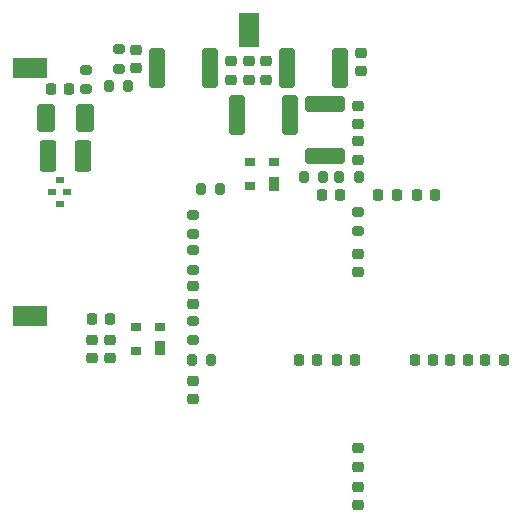
<source format=gtp>
G04 #@! TF.GenerationSoftware,KiCad,Pcbnew,8.0.2*
G04 #@! TF.CreationDate,2024-06-05T16:45:05+02:00*
G04 #@! TF.ProjectId,IF to LOW_IF Mixer,49462074-6f20-44c4-9f57-5f4946204d69,rev?*
G04 #@! TF.SameCoordinates,Original*
G04 #@! TF.FileFunction,Paste,Top*
G04 #@! TF.FilePolarity,Positive*
%FSLAX46Y46*%
G04 Gerber Fmt 4.6, Leading zero omitted, Abs format (unit mm)*
G04 Created by KiCad (PCBNEW 8.0.2) date 2024-06-05 16:45:05*
%MOMM*%
%LPD*%
G01*
G04 APERTURE LIST*
G04 Aperture macros list*
%AMRoundRect*
0 Rectangle with rounded corners*
0 $1 Rounding radius*
0 $2 $3 $4 $5 $6 $7 $8 $9 X,Y pos of 4 corners*
0 Add a 4 corners polygon primitive as box body*
4,1,4,$2,$3,$4,$5,$6,$7,$8,$9,$2,$3,0*
0 Add four circle primitives for the rounded corners*
1,1,$1+$1,$2,$3*
1,1,$1+$1,$4,$5*
1,1,$1+$1,$6,$7*
1,1,$1+$1,$8,$9*
0 Add four rect primitives between the rounded corners*
20,1,$1+$1,$2,$3,$4,$5,0*
20,1,$1+$1,$4,$5,$6,$7,0*
20,1,$1+$1,$6,$7,$8,$9,0*
20,1,$1+$1,$8,$9,$2,$3,0*%
G04 Aperture macros list end*
%ADD10R,0.900000X1.200000*%
%ADD11R,0.900000X0.800000*%
%ADD12RoundRect,0.225000X0.250000X-0.225000X0.250000X0.225000X-0.250000X0.225000X-0.250000X-0.225000X0*%
%ADD13RoundRect,0.225000X-0.250000X0.225000X-0.250000X-0.225000X0.250000X-0.225000X0.250000X0.225000X0*%
%ADD14RoundRect,0.250000X0.400000X1.450000X-0.400000X1.450000X-0.400000X-1.450000X0.400000X-1.450000X0*%
%ADD15RoundRect,0.225000X0.225000X0.250000X-0.225000X0.250000X-0.225000X-0.250000X0.225000X-0.250000X0*%
%ADD16RoundRect,0.225000X-0.225000X-0.250000X0.225000X-0.250000X0.225000X0.250000X-0.225000X0.250000X0*%
%ADD17RoundRect,0.200000X-0.275000X0.200000X-0.275000X-0.200000X0.275000X-0.200000X0.275000X0.200000X0*%
%ADD18RoundRect,0.200000X0.275000X-0.200000X0.275000X0.200000X-0.275000X0.200000X-0.275000X-0.200000X0*%
%ADD19RoundRect,0.200000X0.200000X0.275000X-0.200000X0.275000X-0.200000X-0.275000X0.200000X-0.275000X0*%
%ADD20R,0.800000X0.600000*%
%ADD21R,0.650000X0.600000*%
%ADD22RoundRect,0.250000X-0.400000X-1.450000X0.400000X-1.450000X0.400000X1.450000X-0.400000X1.450000X0*%
%ADD23R,3.000000X1.750000*%
%ADD24RoundRect,0.200000X-0.200000X-0.275000X0.200000X-0.275000X0.200000X0.275000X-0.200000X0.275000X0*%
%ADD25R,1.750000X3.000000*%
%ADD26RoundRect,0.250001X-0.462499X-1.074999X0.462499X-1.074999X0.462499X1.074999X-0.462499X1.074999X0*%
%ADD27RoundRect,0.250001X0.499999X0.924999X-0.499999X0.924999X-0.499999X-0.924999X0.499999X-0.924999X0*%
%ADD28RoundRect,0.250000X1.450000X-0.400000X1.450000X0.400000X-1.450000X0.400000X-1.450000X-0.400000X0*%
G04 APERTURE END LIST*
D10*
X100875000Y-59050000D03*
D11*
X100875000Y-57250000D03*
X98875000Y-57250000D03*
X98875000Y-59250000D03*
D10*
X91250000Y-73000000D03*
D11*
X91250000Y-71200000D03*
X89250000Y-71200000D03*
X89250000Y-73200000D03*
D12*
X108000000Y-86275000D03*
X108000000Y-84725000D03*
D13*
X108000000Y-81451000D03*
X108000000Y-83001000D03*
D12*
X97250000Y-50250000D03*
X97250000Y-48700000D03*
D14*
X102225000Y-53250000D03*
X97775000Y-53250000D03*
D13*
X85500000Y-72250000D03*
X85500000Y-73800000D03*
D15*
X111275000Y-60000000D03*
X109725000Y-60000000D03*
D16*
X104975000Y-60000000D03*
X106525000Y-60000000D03*
D17*
X94000000Y-70675000D03*
X94000000Y-72325000D03*
D15*
X87025000Y-70500000D03*
X85475000Y-70500000D03*
X114350000Y-74000000D03*
X112800000Y-74000000D03*
X114525000Y-60000000D03*
X112975000Y-60000000D03*
D13*
X100250000Y-48700000D03*
X100250000Y-50250000D03*
D18*
X94000000Y-66325000D03*
X94000000Y-64675000D03*
D19*
X96325000Y-59500000D03*
X94675000Y-59500000D03*
D16*
X106225000Y-74000000D03*
X107775000Y-74000000D03*
D20*
X82750000Y-60750000D03*
D21*
X82125000Y-59750000D03*
X83375000Y-59750000D03*
D20*
X82750000Y-58750000D03*
D22*
X91025000Y-49250000D03*
X95475000Y-49250000D03*
D23*
X80250000Y-49250000D03*
D19*
X108075000Y-58500000D03*
X106425000Y-58500000D03*
D12*
X108000000Y-54025000D03*
X108000000Y-52475000D03*
D18*
X85000000Y-51075000D03*
X85000000Y-49425000D03*
D13*
X94000000Y-75725000D03*
X94000000Y-77275000D03*
D18*
X87750000Y-49325000D03*
X87750000Y-47675000D03*
D24*
X93925000Y-74000000D03*
X95575000Y-74000000D03*
D15*
X117350000Y-74000000D03*
X115800000Y-74000000D03*
D12*
X89250000Y-49275000D03*
X89250000Y-47725000D03*
X108250000Y-49525000D03*
X108250000Y-47975000D03*
D16*
X118800000Y-74000000D03*
X120350000Y-74000000D03*
D12*
X87000000Y-73800000D03*
X87000000Y-72250000D03*
D14*
X106475000Y-49250000D03*
X102025000Y-49250000D03*
D23*
X80250000Y-70250000D03*
D16*
X102975000Y-74000000D03*
X104525000Y-74000000D03*
D13*
X98750000Y-48700000D03*
X98750000Y-50250000D03*
D24*
X103425000Y-58500000D03*
X105075000Y-58500000D03*
D25*
X98750000Y-46000000D03*
D13*
X108000000Y-55475000D03*
X108000000Y-57025000D03*
D15*
X83525000Y-51000000D03*
X81975000Y-51000000D03*
D12*
X108000000Y-66525000D03*
X108000000Y-64975000D03*
D26*
X81762500Y-56750000D03*
X84737500Y-56750000D03*
D19*
X88575000Y-50750000D03*
X86925000Y-50750000D03*
D17*
X108000000Y-61425000D03*
X108000000Y-63075000D03*
X94000000Y-61675000D03*
X94000000Y-63325000D03*
D27*
X84875000Y-53500000D03*
X81625000Y-53500000D03*
D28*
X105250000Y-56725000D03*
X105250000Y-52275000D03*
D13*
X94000000Y-67725000D03*
X94000000Y-69275000D03*
M02*

</source>
